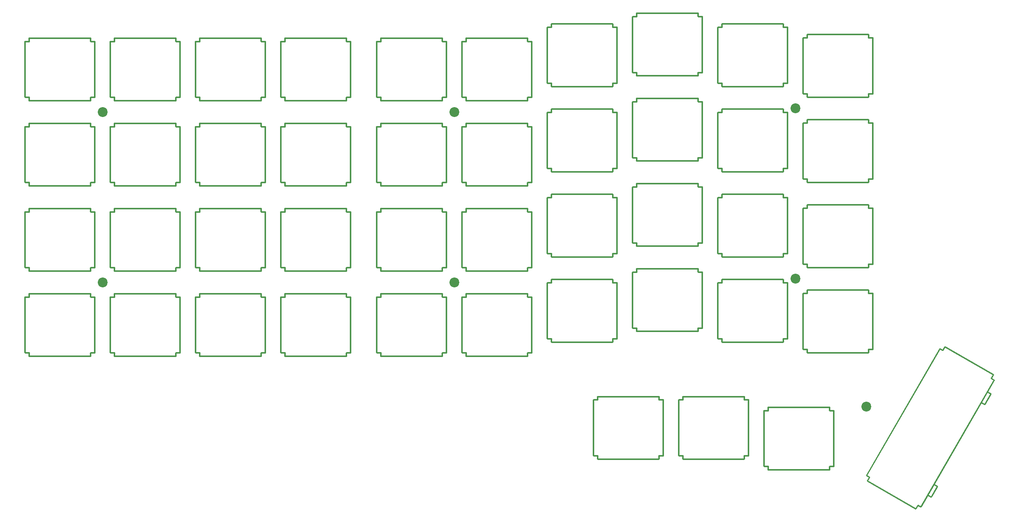
<source format=gbr>
%TF.GenerationSoftware,KiCad,Pcbnew,(5.1.9-0-10_14)*%
%TF.CreationDate,2021-04-15T22:48:35-05:00*%
%TF.ProjectId,wren-plate-left,7772656e-2d70-46c6-9174-652d6c656674,rev?*%
%TF.SameCoordinates,Original*%
%TF.FileFunction,Soldermask,Bot*%
%TF.FilePolarity,Negative*%
%FSLAX46Y46*%
G04 Gerber Fmt 4.6, Leading zero omitted, Abs format (unit mm)*
G04 Created by KiCad (PCBNEW (5.1.9-0-10_14)) date 2021-04-15 22:48:35*
%MOMM*%
%LPD*%
G01*
G04 APERTURE LIST*
%ADD10C,2.200000*%
%ADD11O,14.000000X0.300000*%
%ADD12O,0.300000X12.800000*%
%ADD13O,0.300000X1.050000*%
%ADD14O,1.250000X0.300000*%
G04 APERTURE END LIST*
D10*
%TO.C,REF\u002A\u002A*%
X227001500Y-111918750D03*
%TD*%
%TO.C,REF\u002A\u002A*%
X56399000Y-46037500D03*
%TD*%
%TO.C,REF\u002A\u002A*%
X56399000Y-84137500D03*
%TD*%
%TO.C,REF\u002A\u002A*%
X134955500Y-84137500D03*
%TD*%
%TO.C,REF\u002A\u002A*%
X134955500Y-46037500D03*
%TD*%
%TO.C,REF\u002A\u002A*%
X211131500Y-83343750D03*
%TD*%
%TO.C,REF\u002A\u002A*%
X211131500Y-45243750D03*
%TD*%
%TO.C,MX41*%
G36*
G01*
X242801600Y-129925203D02*
X242009706Y-129468003D01*
G75*
G02*
X241953924Y-129259821I76200J131982D01*
G01*
X241953924Y-129259821D01*
G75*
G02*
X242162106Y-129204039I131982J-76200D01*
G01*
X242954000Y-129661239D01*
G75*
G02*
X243009782Y-129869421I-76200J-131982D01*
G01*
X243009782Y-129869421D01*
G75*
G02*
X242801600Y-129925203I-131982J76200D01*
G01*
G37*
G36*
G01*
X241430000Y-132300884D02*
X240638106Y-131843684D01*
G75*
G02*
X240582324Y-131635502I76200J131982D01*
G01*
X240582324Y-131635502D01*
G75*
G02*
X240790506Y-131579720I131982J-76200D01*
G01*
X241582400Y-132036920D01*
G75*
G02*
X241638182Y-132245102I-76200J-131982D01*
G01*
X241638182Y-132245102D01*
G75*
G02*
X241430000Y-132300884I-131982J76200D01*
G01*
G37*
G36*
G01*
X253368000Y-111623661D02*
X252576106Y-111166461D01*
G75*
G02*
X252520324Y-110958279I76200J131982D01*
G01*
X252520324Y-110958279D01*
G75*
G02*
X252728506Y-110902497I131982J-76200D01*
G01*
X253520400Y-111359697D01*
G75*
G02*
X253576182Y-111567879I-76200J-131982D01*
G01*
X253576182Y-111567879D01*
G75*
G02*
X253368000Y-111623661I-131982J76200D01*
G01*
G37*
G36*
G01*
X239099678Y-134492320D02*
X238450158Y-134117320D01*
G75*
G02*
X238395254Y-133912416I75000J129904D01*
G01*
X238395254Y-133912416D01*
G75*
G02*
X238600158Y-133857512I129904J-75000D01*
G01*
X239249678Y-134232512D01*
G75*
G02*
X239304582Y-134437416I-75000J-129904D01*
G01*
X239304582Y-134437416D01*
G75*
G02*
X239099678Y-134492320I-129904J75000D01*
G01*
G37*
G36*
G01*
X253368000Y-111623661D02*
X253368000Y-111623661D01*
G75*
G02*
X253312218Y-111415479I76200J131982D01*
G01*
X254683818Y-109039799D01*
G75*
G02*
X254892000Y-108984017I131982J-76200D01*
G01*
X254892000Y-108984017D01*
G75*
G02*
X254947782Y-109192199I-76200J-131982D01*
G01*
X253576182Y-111567879D01*
G75*
G02*
X253368000Y-111623661I-131982J76200D01*
G01*
G37*
G36*
G01*
X241430000Y-132300883D02*
X241430000Y-132300883D01*
G75*
G02*
X241374218Y-132092701I76200J131982D01*
G01*
X242745818Y-129717021D01*
G75*
G02*
X242954000Y-129661239I131982J-76200D01*
G01*
X242954000Y-129661239D01*
G75*
G02*
X243009782Y-129869421I-76200J-131982D01*
G01*
X241638182Y-132245101D01*
G75*
G02*
X241430000Y-132300883I-131982J76200D01*
G01*
G37*
G36*
G01*
X226975322Y-127492320D02*
X226975322Y-127492320D01*
G75*
G02*
X226920418Y-127287416I75000J129904D01*
G01*
X243295418Y-98925084D01*
G75*
G02*
X243500322Y-98870180I129904J-75000D01*
G01*
X243500322Y-98870180D01*
G75*
G02*
X243555226Y-99075084I-75000J-129904D01*
G01*
X227180226Y-127437416D01*
G75*
G02*
X226975322Y-127492320I-129904J75000D01*
G01*
G37*
G36*
G01*
X243999841Y-99504988D02*
X243999841Y-99504988D01*
G75*
G02*
X243944937Y-99300084I75000J129904D01*
G01*
X244419937Y-98477360D01*
G75*
G02*
X244624841Y-98422456I129904J-75000D01*
G01*
X244624841Y-98422456D01*
G75*
G02*
X244679745Y-98627360I-75000J-129904D01*
G01*
X244204745Y-99450084D01*
G75*
G02*
X243999841Y-99504988I-129904J75000D01*
G01*
G37*
G36*
G01*
X254825159Y-105754988D02*
X254825159Y-105754988D01*
G75*
G02*
X254770255Y-105550084I75000J129904D01*
G01*
X255245255Y-104727360D01*
G75*
G02*
X255450159Y-104672456I129904J-75000D01*
G01*
X255450159Y-104672456D01*
G75*
G02*
X255505063Y-104877360I-75000J-129904D01*
G01*
X255030063Y-105700084D01*
G75*
G02*
X254825159Y-105754988I-129904J75000D01*
G01*
G37*
G36*
G01*
X255474678Y-106129988D02*
X254825158Y-105754988D01*
G75*
G02*
X254770254Y-105550084I75000J129904D01*
G01*
X254770254Y-105550084D01*
G75*
G02*
X254975158Y-105495180I129904J-75000D01*
G01*
X255624678Y-105870180D01*
G75*
G02*
X255679582Y-106075084I-75000J-129904D01*
G01*
X255679582Y-106075084D01*
G75*
G02*
X255474678Y-106129988I-129904J75000D01*
G01*
G37*
G36*
G01*
X243999842Y-99504988D02*
X243350322Y-99129988D01*
G75*
G02*
X243295418Y-98925084I75000J129904D01*
G01*
X243295418Y-98925084D01*
G75*
G02*
X243500322Y-98870180I129904J-75000D01*
G01*
X244149842Y-99245180D01*
G75*
G02*
X244204746Y-99450084I-75000J-129904D01*
G01*
X244204746Y-99450084D01*
G75*
G02*
X243999842Y-99504988I-129904J75000D01*
G01*
G37*
G36*
G01*
X255300159Y-104932264D02*
X244474841Y-98682264D01*
G75*
G02*
X244419937Y-98477360I75000J129904D01*
G01*
X244419937Y-98477360D01*
G75*
G02*
X244624841Y-98422456I129904J-75000D01*
G01*
X255450159Y-104672456D01*
G75*
G02*
X255505063Y-104877360I-75000J-129904D01*
G01*
X255505063Y-104877360D01*
G75*
G02*
X255300159Y-104932264I-129904J75000D01*
G01*
G37*
G36*
G01*
X239099678Y-134492320D02*
X239099678Y-134492320D01*
G75*
G02*
X239044774Y-134287416I75000J129904D01*
G01*
X255419774Y-105925084D01*
G75*
G02*
X255624678Y-105870180I129904J-75000D01*
G01*
X255624678Y-105870180D01*
G75*
G02*
X255679582Y-106075084I-75000J-129904D01*
G01*
X239304582Y-134437416D01*
G75*
G02*
X239099678Y-134492320I-129904J75000D01*
G01*
G37*
G36*
G01*
X237975159Y-134940044D02*
X227149841Y-128690044D01*
G75*
G02*
X227094937Y-128485140I75000J129904D01*
G01*
X227094937Y-128485140D01*
G75*
G02*
X227299841Y-128430236I129904J-75000D01*
G01*
X238125159Y-134680236D01*
G75*
G02*
X238180063Y-134885140I-75000J-129904D01*
G01*
X238180063Y-134885140D01*
G75*
G02*
X237975159Y-134940044I-129904J75000D01*
G01*
G37*
G36*
G01*
X254739600Y-109247980D02*
X253947706Y-108790780D01*
G75*
G02*
X253891924Y-108582598I76200J131982D01*
G01*
X253891924Y-108582598D01*
G75*
G02*
X254100106Y-108526816I131982J-76200D01*
G01*
X254892000Y-108984016D01*
G75*
G02*
X254947782Y-109192198I-76200J-131982D01*
G01*
X254947782Y-109192198D01*
G75*
G02*
X254739600Y-109247980I-131982J76200D01*
G01*
G37*
G36*
G01*
X237975159Y-134940044D02*
X237975159Y-134940044D01*
G75*
G02*
X237920255Y-134735140I75000J129904D01*
G01*
X238395255Y-133912416D01*
G75*
G02*
X238600159Y-133857512I129904J-75000D01*
G01*
X238600159Y-133857512D01*
G75*
G02*
X238655063Y-134062416I-75000J-129904D01*
G01*
X238180063Y-134885140D01*
G75*
G02*
X237975159Y-134940044I-129904J75000D01*
G01*
G37*
G36*
G01*
X227149841Y-128690044D02*
X227149841Y-128690044D01*
G75*
G02*
X227094937Y-128485140I75000J129904D01*
G01*
X227569937Y-127662416D01*
G75*
G02*
X227774841Y-127607512I129904J-75000D01*
G01*
X227774841Y-127607512D01*
G75*
G02*
X227829745Y-127812416I-75000J-129904D01*
G01*
X227354745Y-128635140D01*
G75*
G02*
X227149841Y-128690044I-129904J75000D01*
G01*
G37*
G36*
G01*
X227624842Y-127867320D02*
X226975322Y-127492320D01*
G75*
G02*
X226920418Y-127287416I75000J129904D01*
G01*
X226920418Y-127287416D01*
G75*
G02*
X227125322Y-127232512I129904J-75000D01*
G01*
X227774842Y-127607512D01*
G75*
G02*
X227829746Y-127812416I-75000J-129904D01*
G01*
X227829746Y-127812416D01*
G75*
G02*
X227624842Y-127867320I-129904J75000D01*
G01*
G37*
%TD*%
D11*
%TO.C,MX30*%
X46831250Y-67612500D03*
X46831250Y-81612500D03*
D12*
X39031250Y-74612500D03*
X54631250Y-74612500D03*
D13*
X39981250Y-81237500D03*
D14*
X39506250Y-80862500D03*
X39506250Y-68362500D03*
D13*
X39981250Y-67987500D03*
X53681250Y-67987500D03*
D14*
X54156250Y-68362500D03*
X54156250Y-80862500D03*
D13*
X53681250Y-81237500D03*
%TD*%
D11*
%TO.C,MX44*%
X173831250Y-109681250D03*
X173831250Y-123681250D03*
D12*
X166031250Y-116681250D03*
X181631250Y-116681250D03*
D13*
X166981250Y-123306250D03*
D14*
X166506250Y-122931250D03*
X166506250Y-110431250D03*
D13*
X166981250Y-110056250D03*
X180681250Y-110056250D03*
D14*
X181156250Y-110431250D03*
X181156250Y-122931250D03*
D13*
X180681250Y-123306250D03*
%TD*%
D11*
%TO.C,MX43*%
X192881250Y-109681250D03*
X192881250Y-123681250D03*
D12*
X185081250Y-116681250D03*
X200681250Y-116681250D03*
D13*
X186031250Y-123306250D03*
D14*
X185556250Y-122931250D03*
X185556250Y-110431250D03*
D13*
X186031250Y-110056250D03*
X199731250Y-110056250D03*
D14*
X200206250Y-110431250D03*
X200206250Y-122931250D03*
D13*
X199731250Y-123306250D03*
%TD*%
D11*
%TO.C,MX42*%
X211931250Y-112062500D03*
X211931250Y-126062500D03*
D12*
X204131250Y-119062500D03*
X219731250Y-119062500D03*
D13*
X205081250Y-125687500D03*
D14*
X204606250Y-125312500D03*
X204606250Y-112812500D03*
D13*
X205081250Y-112437500D03*
X218781250Y-112437500D03*
D14*
X219256250Y-112812500D03*
X219256250Y-125312500D03*
D13*
X218781250Y-125687500D03*
%TD*%
D11*
%TO.C,MX40*%
X46831250Y-86662500D03*
X46831250Y-100662500D03*
D12*
X39031250Y-93662500D03*
X54631250Y-93662500D03*
D13*
X39981250Y-100287500D03*
D14*
X39506250Y-99912500D03*
X39506250Y-87412500D03*
D13*
X39981250Y-87037500D03*
X53681250Y-87037500D03*
D14*
X54156250Y-87412500D03*
X54156250Y-99912500D03*
D13*
X53681250Y-100287500D03*
%TD*%
D11*
%TO.C,MX39*%
X65881250Y-86662500D03*
X65881250Y-100662500D03*
D12*
X58081250Y-93662500D03*
X73681250Y-93662500D03*
D13*
X59031250Y-100287500D03*
D14*
X58556250Y-99912500D03*
X58556250Y-87412500D03*
D13*
X59031250Y-87037500D03*
X72731250Y-87037500D03*
D14*
X73206250Y-87412500D03*
X73206250Y-99912500D03*
D13*
X72731250Y-100287500D03*
%TD*%
D11*
%TO.C,MX38*%
X84931250Y-86662500D03*
X84931250Y-100662500D03*
D12*
X77131250Y-93662500D03*
X92731250Y-93662500D03*
D13*
X78081250Y-100287500D03*
D14*
X77606250Y-99912500D03*
X77606250Y-87412500D03*
D13*
X78081250Y-87037500D03*
X91781250Y-87037500D03*
D14*
X92256250Y-87412500D03*
X92256250Y-99912500D03*
D13*
X91781250Y-100287500D03*
%TD*%
D11*
%TO.C,MX37*%
X103981250Y-86662500D03*
X103981250Y-100662500D03*
D12*
X96181250Y-93662500D03*
X111781250Y-93662500D03*
D13*
X97131250Y-100287500D03*
D14*
X96656250Y-99912500D03*
X96656250Y-87412500D03*
D13*
X97131250Y-87037500D03*
X110831250Y-87037500D03*
D14*
X111306250Y-87412500D03*
X111306250Y-99912500D03*
D13*
X110831250Y-100287500D03*
%TD*%
D11*
%TO.C,MX36*%
X125412500Y-86662500D03*
X125412500Y-100662500D03*
D12*
X117612500Y-93662500D03*
X133212500Y-93662500D03*
D13*
X118562500Y-100287500D03*
D14*
X118087500Y-99912500D03*
X118087500Y-87412500D03*
D13*
X118562500Y-87037500D03*
X132262500Y-87037500D03*
D14*
X132737500Y-87412500D03*
X132737500Y-99912500D03*
D13*
X132262500Y-100287500D03*
%TD*%
D11*
%TO.C,MX35*%
X144462500Y-86662500D03*
X144462500Y-100662500D03*
D12*
X136662500Y-93662500D03*
X152262500Y-93662500D03*
D13*
X137612500Y-100287500D03*
D14*
X137137500Y-99912500D03*
X137137500Y-87412500D03*
D13*
X137612500Y-87037500D03*
X151312500Y-87037500D03*
D14*
X151787500Y-87412500D03*
X151787500Y-99912500D03*
D13*
X151312500Y-100287500D03*
%TD*%
D11*
%TO.C,MX34*%
X163512500Y-83487500D03*
X163512500Y-97487500D03*
D12*
X155712500Y-90487500D03*
X171312500Y-90487500D03*
D13*
X156662500Y-97112500D03*
D14*
X156187500Y-96737500D03*
X156187500Y-84237500D03*
D13*
X156662500Y-83862500D03*
X170362500Y-83862500D03*
D14*
X170837500Y-84237500D03*
X170837500Y-96737500D03*
D13*
X170362500Y-97112500D03*
%TD*%
D11*
%TO.C,MX33*%
X182562500Y-81106250D03*
X182562500Y-95106250D03*
D12*
X174762500Y-88106250D03*
X190362500Y-88106250D03*
D13*
X175712500Y-94731250D03*
D14*
X175237500Y-94356250D03*
X175237500Y-81856250D03*
D13*
X175712500Y-81481250D03*
X189412500Y-81481250D03*
D14*
X189887500Y-81856250D03*
X189887500Y-94356250D03*
D13*
X189412500Y-94731250D03*
%TD*%
D11*
%TO.C,MX32*%
X201612500Y-83487500D03*
X201612500Y-97487500D03*
D12*
X193812500Y-90487500D03*
X209412500Y-90487500D03*
D13*
X194762500Y-97112500D03*
D14*
X194287500Y-96737500D03*
X194287500Y-84237500D03*
D13*
X194762500Y-83862500D03*
X208462500Y-83862500D03*
D14*
X208937500Y-84237500D03*
X208937500Y-96737500D03*
D13*
X208462500Y-97112500D03*
%TD*%
D11*
%TO.C,MX31*%
X220662500Y-85868750D03*
X220662500Y-99868750D03*
D12*
X212862500Y-92868750D03*
X228462500Y-92868750D03*
D13*
X213812500Y-99493750D03*
D14*
X213337500Y-99118750D03*
X213337500Y-86618750D03*
D13*
X213812500Y-86243750D03*
X227512500Y-86243750D03*
D14*
X227987500Y-86618750D03*
X227987500Y-99118750D03*
D13*
X227512500Y-99493750D03*
%TD*%
D11*
%TO.C,MX29*%
X65881250Y-67612500D03*
X65881250Y-81612500D03*
D12*
X58081250Y-74612500D03*
X73681250Y-74612500D03*
D13*
X59031250Y-81237500D03*
D14*
X58556250Y-80862500D03*
X58556250Y-68362500D03*
D13*
X59031250Y-67987500D03*
X72731250Y-67987500D03*
D14*
X73206250Y-68362500D03*
X73206250Y-80862500D03*
D13*
X72731250Y-81237500D03*
%TD*%
D11*
%TO.C,MX28*%
X84931250Y-67612500D03*
X84931250Y-81612500D03*
D12*
X77131250Y-74612500D03*
X92731250Y-74612500D03*
D13*
X78081250Y-81237500D03*
D14*
X77606250Y-80862500D03*
X77606250Y-68362500D03*
D13*
X78081250Y-67987500D03*
X91781250Y-67987500D03*
D14*
X92256250Y-68362500D03*
X92256250Y-80862500D03*
D13*
X91781250Y-81237500D03*
%TD*%
D11*
%TO.C,MX27*%
X103981250Y-67612500D03*
X103981250Y-81612500D03*
D12*
X96181250Y-74612500D03*
X111781250Y-74612500D03*
D13*
X97131250Y-81237500D03*
D14*
X96656250Y-80862500D03*
X96656250Y-68362500D03*
D13*
X97131250Y-67987500D03*
X110831250Y-67987500D03*
D14*
X111306250Y-68362500D03*
X111306250Y-80862500D03*
D13*
X110831250Y-81237500D03*
%TD*%
D11*
%TO.C,MX26*%
X125412500Y-67612500D03*
X125412500Y-81612500D03*
D12*
X117612500Y-74612500D03*
X133212500Y-74612500D03*
D13*
X118562500Y-81237500D03*
D14*
X118087500Y-80862500D03*
X118087500Y-68362500D03*
D13*
X118562500Y-67987500D03*
X132262500Y-67987500D03*
D14*
X132737500Y-68362500D03*
X132737500Y-80862500D03*
D13*
X132262500Y-81237500D03*
%TD*%
D11*
%TO.C,MX25*%
X144462500Y-67612500D03*
X144462500Y-81612500D03*
D12*
X136662500Y-74612500D03*
X152262500Y-74612500D03*
D13*
X137612500Y-81237500D03*
D14*
X137137500Y-80862500D03*
X137137500Y-68362500D03*
D13*
X137612500Y-67987500D03*
X151312500Y-67987500D03*
D14*
X151787500Y-68362500D03*
X151787500Y-80862500D03*
D13*
X151312500Y-81237500D03*
%TD*%
D11*
%TO.C,MX24*%
X163512500Y-64437500D03*
X163512500Y-78437500D03*
D12*
X155712500Y-71437500D03*
X171312500Y-71437500D03*
D13*
X156662500Y-78062500D03*
D14*
X156187500Y-77687500D03*
X156187500Y-65187500D03*
D13*
X156662500Y-64812500D03*
X170362500Y-64812500D03*
D14*
X170837500Y-65187500D03*
X170837500Y-77687500D03*
D13*
X170362500Y-78062500D03*
%TD*%
D11*
%TO.C,MX23*%
X182562500Y-62056250D03*
X182562500Y-76056250D03*
D12*
X174762500Y-69056250D03*
X190362500Y-69056250D03*
D13*
X175712500Y-75681250D03*
D14*
X175237500Y-75306250D03*
X175237500Y-62806250D03*
D13*
X175712500Y-62431250D03*
X189412500Y-62431250D03*
D14*
X189887500Y-62806250D03*
X189887500Y-75306250D03*
D13*
X189412500Y-75681250D03*
%TD*%
D11*
%TO.C,MX22*%
X201612500Y-64437500D03*
X201612500Y-78437500D03*
D12*
X193812500Y-71437500D03*
X209412500Y-71437500D03*
D13*
X194762500Y-78062500D03*
D14*
X194287500Y-77687500D03*
X194287500Y-65187500D03*
D13*
X194762500Y-64812500D03*
X208462500Y-64812500D03*
D14*
X208937500Y-65187500D03*
X208937500Y-77687500D03*
D13*
X208462500Y-78062500D03*
%TD*%
D11*
%TO.C,MX21*%
X220662500Y-66818750D03*
X220662500Y-80818750D03*
D12*
X212862500Y-73818750D03*
X228462500Y-73818750D03*
D13*
X213812500Y-80443750D03*
D14*
X213337500Y-80068750D03*
X213337500Y-67568750D03*
D13*
X213812500Y-67193750D03*
X227512500Y-67193750D03*
D14*
X227987500Y-67568750D03*
X227987500Y-80068750D03*
D13*
X227512500Y-80443750D03*
%TD*%
D11*
%TO.C,MX20*%
X46831250Y-48562500D03*
X46831250Y-62562500D03*
D12*
X39031250Y-55562500D03*
X54631250Y-55562500D03*
D13*
X39981250Y-62187500D03*
D14*
X39506250Y-61812500D03*
X39506250Y-49312500D03*
D13*
X39981250Y-48937500D03*
X53681250Y-48937500D03*
D14*
X54156250Y-49312500D03*
X54156250Y-61812500D03*
D13*
X53681250Y-62187500D03*
%TD*%
D11*
%TO.C,MX19*%
X65881250Y-48562500D03*
X65881250Y-62562500D03*
D12*
X58081250Y-55562500D03*
X73681250Y-55562500D03*
D13*
X59031250Y-62187500D03*
D14*
X58556250Y-61812500D03*
X58556250Y-49312500D03*
D13*
X59031250Y-48937500D03*
X72731250Y-48937500D03*
D14*
X73206250Y-49312500D03*
X73206250Y-61812500D03*
D13*
X72731250Y-62187500D03*
%TD*%
D11*
%TO.C,MX18*%
X84931250Y-48562500D03*
X84931250Y-62562500D03*
D12*
X77131250Y-55562500D03*
X92731250Y-55562500D03*
D13*
X78081250Y-62187500D03*
D14*
X77606250Y-61812500D03*
X77606250Y-49312500D03*
D13*
X78081250Y-48937500D03*
X91781250Y-48937500D03*
D14*
X92256250Y-49312500D03*
X92256250Y-61812500D03*
D13*
X91781250Y-62187500D03*
%TD*%
D11*
%TO.C,MX17*%
X103981250Y-48562500D03*
X103981250Y-62562500D03*
D12*
X96181250Y-55562500D03*
X111781250Y-55562500D03*
D13*
X97131250Y-62187500D03*
D14*
X96656250Y-61812500D03*
X96656250Y-49312500D03*
D13*
X97131250Y-48937500D03*
X110831250Y-48937500D03*
D14*
X111306250Y-49312500D03*
X111306250Y-61812500D03*
D13*
X110831250Y-62187500D03*
%TD*%
D11*
%TO.C,MX16*%
X125412500Y-48562500D03*
X125412500Y-62562500D03*
D12*
X117612500Y-55562500D03*
X133212500Y-55562500D03*
D13*
X118562500Y-62187500D03*
D14*
X118087500Y-61812500D03*
X118087500Y-49312500D03*
D13*
X118562500Y-48937500D03*
X132262500Y-48937500D03*
D14*
X132737500Y-49312500D03*
X132737500Y-61812500D03*
D13*
X132262500Y-62187500D03*
%TD*%
D11*
%TO.C,MX15*%
X144462500Y-48562500D03*
X144462500Y-62562500D03*
D12*
X136662500Y-55562500D03*
X152262500Y-55562500D03*
D13*
X137612500Y-62187500D03*
D14*
X137137500Y-61812500D03*
X137137500Y-49312500D03*
D13*
X137612500Y-48937500D03*
X151312500Y-48937500D03*
D14*
X151787500Y-49312500D03*
X151787500Y-61812500D03*
D13*
X151312500Y-62187500D03*
%TD*%
D11*
%TO.C,MX14*%
X163512500Y-45387500D03*
X163512500Y-59387500D03*
D12*
X155712500Y-52387500D03*
X171312500Y-52387500D03*
D13*
X156662500Y-59012500D03*
D14*
X156187500Y-58637500D03*
X156187500Y-46137500D03*
D13*
X156662500Y-45762500D03*
X170362500Y-45762500D03*
D14*
X170837500Y-46137500D03*
X170837500Y-58637500D03*
D13*
X170362500Y-59012500D03*
%TD*%
D11*
%TO.C,MX13*%
X182562500Y-43006250D03*
X182562500Y-57006250D03*
D12*
X174762500Y-50006250D03*
X190362500Y-50006250D03*
D13*
X175712500Y-56631250D03*
D14*
X175237500Y-56256250D03*
X175237500Y-43756250D03*
D13*
X175712500Y-43381250D03*
X189412500Y-43381250D03*
D14*
X189887500Y-43756250D03*
X189887500Y-56256250D03*
D13*
X189412500Y-56631250D03*
%TD*%
D11*
%TO.C,MX12*%
X201612500Y-45387500D03*
X201612500Y-59387500D03*
D12*
X193812500Y-52387500D03*
X209412500Y-52387500D03*
D13*
X194762500Y-59012500D03*
D14*
X194287500Y-58637500D03*
X194287500Y-46137500D03*
D13*
X194762500Y-45762500D03*
X208462500Y-45762500D03*
D14*
X208937500Y-46137500D03*
X208937500Y-58637500D03*
D13*
X208462500Y-59012500D03*
%TD*%
D11*
%TO.C,MX11*%
X220662500Y-47768750D03*
X220662500Y-61768750D03*
D12*
X212862500Y-54768750D03*
X228462500Y-54768750D03*
D13*
X213812500Y-61393750D03*
D14*
X213337500Y-61018750D03*
X213337500Y-48518750D03*
D13*
X213812500Y-48143750D03*
X227512500Y-48143750D03*
D14*
X227987500Y-48518750D03*
X227987500Y-61018750D03*
D13*
X227512500Y-61393750D03*
%TD*%
D11*
%TO.C,MX10*%
X46831250Y-29512500D03*
X46831250Y-43512500D03*
D12*
X39031250Y-36512500D03*
X54631250Y-36512500D03*
D13*
X39981250Y-43137500D03*
D14*
X39506250Y-42762500D03*
X39506250Y-30262500D03*
D13*
X39981250Y-29887500D03*
X53681250Y-29887500D03*
D14*
X54156250Y-30262500D03*
X54156250Y-42762500D03*
D13*
X53681250Y-43137500D03*
%TD*%
D11*
%TO.C,MX9*%
X65881250Y-29512500D03*
X65881250Y-43512500D03*
D12*
X58081250Y-36512500D03*
X73681250Y-36512500D03*
D13*
X59031250Y-43137500D03*
D14*
X58556250Y-42762500D03*
X58556250Y-30262500D03*
D13*
X59031250Y-29887500D03*
X72731250Y-29887500D03*
D14*
X73206250Y-30262500D03*
X73206250Y-42762500D03*
D13*
X72731250Y-43137500D03*
%TD*%
D11*
%TO.C,MX8*%
X84931250Y-29512500D03*
X84931250Y-43512500D03*
D12*
X77131250Y-36512500D03*
X92731250Y-36512500D03*
D13*
X78081250Y-43137500D03*
D14*
X77606250Y-42762500D03*
X77606250Y-30262500D03*
D13*
X78081250Y-29887500D03*
X91781250Y-29887500D03*
D14*
X92256250Y-30262500D03*
X92256250Y-42762500D03*
D13*
X91781250Y-43137500D03*
%TD*%
D11*
%TO.C,MX7*%
X103981250Y-29512500D03*
X103981250Y-43512500D03*
D12*
X96181250Y-36512500D03*
X111781250Y-36512500D03*
D13*
X97131250Y-43137500D03*
D14*
X96656250Y-42762500D03*
X96656250Y-30262500D03*
D13*
X97131250Y-29887500D03*
X110831250Y-29887500D03*
D14*
X111306250Y-30262500D03*
X111306250Y-42762500D03*
D13*
X110831250Y-43137500D03*
%TD*%
D11*
%TO.C,MX6*%
X125412500Y-29512500D03*
X125412500Y-43512500D03*
D12*
X117612500Y-36512500D03*
X133212500Y-36512500D03*
D13*
X118562500Y-43137500D03*
D14*
X118087500Y-42762500D03*
X118087500Y-30262500D03*
D13*
X118562500Y-29887500D03*
X132262500Y-29887500D03*
D14*
X132737500Y-30262500D03*
X132737500Y-42762500D03*
D13*
X132262500Y-43137500D03*
%TD*%
D11*
%TO.C,MX5*%
X144462500Y-29512500D03*
X144462500Y-43512500D03*
D12*
X136662500Y-36512500D03*
X152262500Y-36512500D03*
D13*
X137612500Y-43137500D03*
D14*
X137137500Y-42762500D03*
X137137500Y-30262500D03*
D13*
X137612500Y-29887500D03*
X151312500Y-29887500D03*
D14*
X151787500Y-30262500D03*
X151787500Y-42762500D03*
D13*
X151312500Y-43137500D03*
%TD*%
D11*
%TO.C,MX4*%
X163512500Y-26337500D03*
X163512500Y-40337500D03*
D12*
X155712500Y-33337500D03*
X171312500Y-33337500D03*
D13*
X156662500Y-39962500D03*
D14*
X156187500Y-39587500D03*
X156187500Y-27087500D03*
D13*
X156662500Y-26712500D03*
X170362500Y-26712500D03*
D14*
X170837500Y-27087500D03*
X170837500Y-39587500D03*
D13*
X170362500Y-39962500D03*
%TD*%
D11*
%TO.C,MX3*%
X182562500Y-23956250D03*
X182562500Y-37956250D03*
D12*
X174762500Y-30956250D03*
X190362500Y-30956250D03*
D13*
X175712500Y-37581250D03*
D14*
X175237500Y-37206250D03*
X175237500Y-24706250D03*
D13*
X175712500Y-24331250D03*
X189412500Y-24331250D03*
D14*
X189887500Y-24706250D03*
X189887500Y-37206250D03*
D13*
X189412500Y-37581250D03*
%TD*%
D11*
%TO.C,MX2*%
X201612500Y-26337500D03*
X201612500Y-40337500D03*
D12*
X193812500Y-33337500D03*
X209412500Y-33337500D03*
D13*
X194762500Y-39962500D03*
D14*
X194287500Y-39587500D03*
X194287500Y-27087500D03*
D13*
X194762500Y-26712500D03*
X208462500Y-26712500D03*
D14*
X208937500Y-27087500D03*
X208937500Y-39587500D03*
D13*
X208462500Y-39962500D03*
%TD*%
D11*
%TO.C,MX1*%
X220662500Y-28718750D03*
X220662500Y-42718750D03*
D12*
X212862500Y-35718750D03*
X228462500Y-35718750D03*
D13*
X213812500Y-42343750D03*
D14*
X213337500Y-41968750D03*
X213337500Y-29468750D03*
D13*
X213812500Y-29093750D03*
X227512500Y-29093750D03*
D14*
X227987500Y-29468750D03*
X227987500Y-41968750D03*
D13*
X227512500Y-42343750D03*
%TD*%
M02*

</source>
